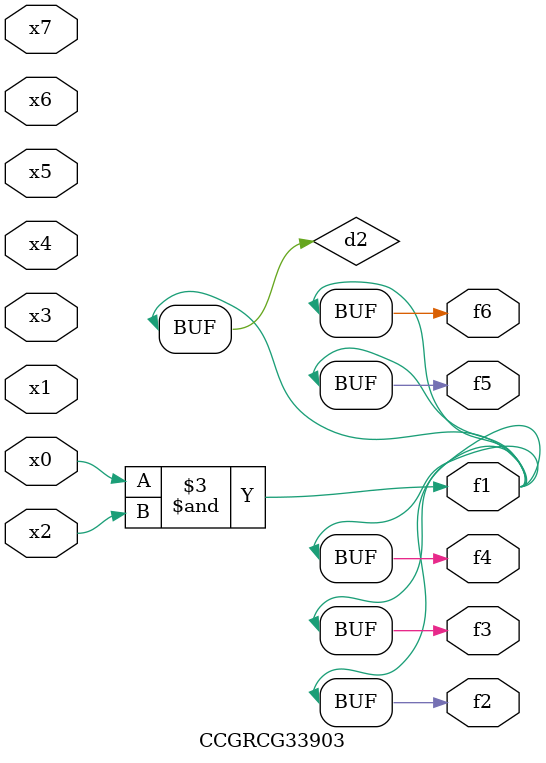
<source format=v>
module CCGRCG33903(
	input x0, x1, x2, x3, x4, x5, x6, x7,
	output f1, f2, f3, f4, f5, f6
);

	wire d1, d2;

	nor (d1, x3, x6);
	and (d2, x0, x2);
	assign f1 = d2;
	assign f2 = d2;
	assign f3 = d2;
	assign f4 = d2;
	assign f5 = d2;
	assign f6 = d2;
endmodule

</source>
